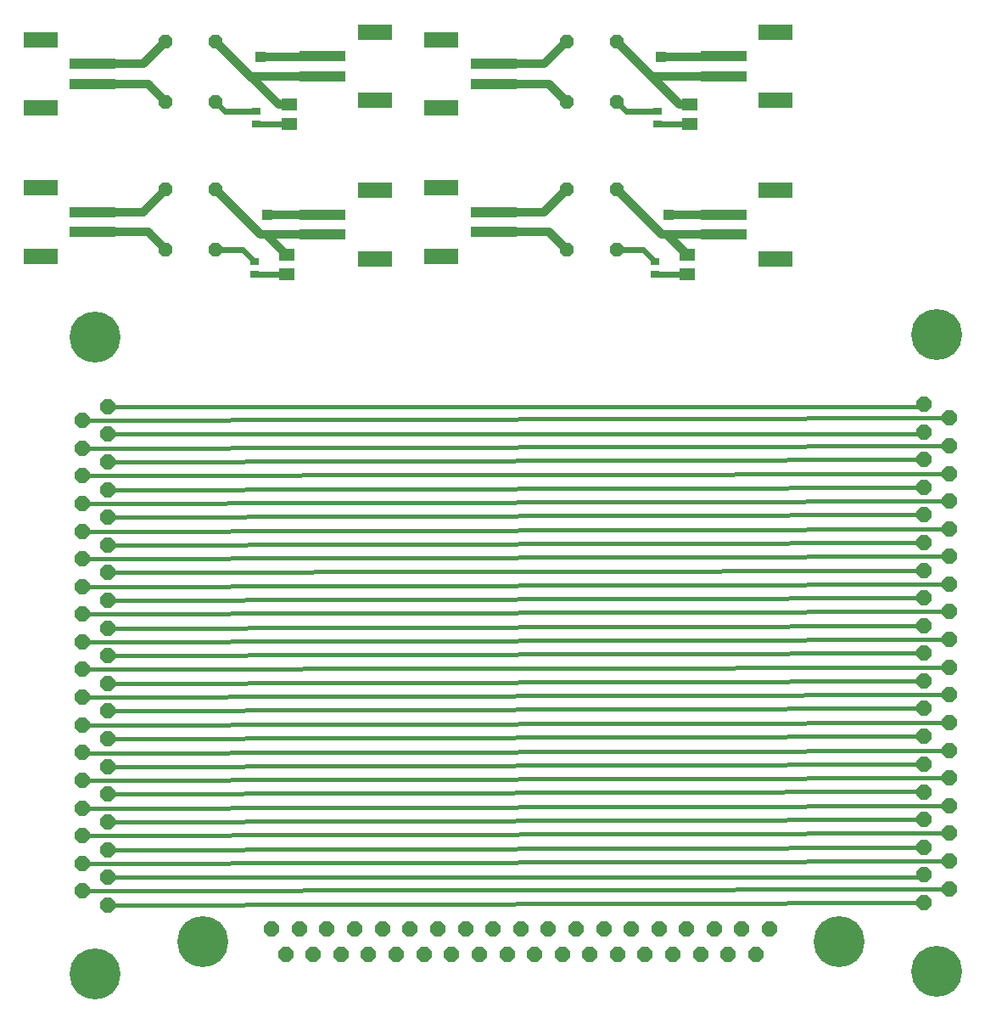
<source format=gtl>
G75*
%MOIN*%
%OFA0B0*%
%FSLAX25Y25*%
%IPPOS*%
%LPD*%
%AMOC8*
5,1,8,0,0,1.08239X$1,22.5*
%
%ADD10R,0.18110X0.03937*%
%ADD11R,0.13386X0.06299*%
%ADD12R,0.03543X0.02756*%
%ADD13R,0.05906X0.05118*%
%ADD14OC8,0.05200*%
%ADD15OC8,0.06000*%
%ADD16C,0.20000*%
%ADD17C,0.02400*%
%ADD18C,0.03200*%
%ADD19R,0.04362X0.04362*%
%ADD20C,0.01600*%
D10*
X0159788Y0347859D03*
X0159788Y0355733D03*
X0159788Y0409906D03*
X0159788Y0417780D03*
X0226914Y0414828D03*
X0226914Y0406954D03*
X0226914Y0356717D03*
X0226914Y0348843D03*
X0317269Y0347859D03*
X0317269Y0355733D03*
X0317269Y0409906D03*
X0317269Y0417780D03*
X0069434Y0414828D03*
X0069434Y0406954D03*
X0069434Y0356717D03*
X0069434Y0348843D03*
D11*
X0048961Y0339394D03*
X0048961Y0366166D03*
X0048961Y0397505D03*
X0048961Y0424276D03*
X0180261Y0427229D03*
X0206442Y0424276D03*
X0206442Y0397505D03*
X0180261Y0400457D03*
X0180261Y0365182D03*
X0206442Y0366166D03*
X0206442Y0339394D03*
X0180261Y0338410D03*
X0337741Y0338410D03*
X0337741Y0365182D03*
X0337741Y0400457D03*
X0337741Y0427229D03*
D12*
X0291284Y0396363D03*
X0291284Y0391245D03*
X0290379Y0337387D03*
X0290379Y0332269D03*
X0132898Y0332269D03*
X0132898Y0337387D03*
X0133804Y0391245D03*
X0133804Y0396363D03*
D13*
X0146678Y0398843D03*
X0146678Y0391363D03*
X0145615Y0339788D03*
X0145615Y0332308D03*
X0303095Y0332308D03*
X0303095Y0339788D03*
X0304158Y0391363D03*
X0304158Y0398843D03*
D14*
X0275257Y0400075D03*
X0255657Y0400075D03*
X0255657Y0423675D03*
X0275257Y0423675D03*
X0275257Y0365565D03*
X0255657Y0365565D03*
X0255657Y0341965D03*
X0275257Y0341965D03*
X0117777Y0341965D03*
X0098177Y0341965D03*
X0098177Y0365565D03*
X0117777Y0365565D03*
X0117777Y0400075D03*
X0098177Y0400075D03*
X0098177Y0423675D03*
X0117777Y0423675D03*
D15*
X0075300Y0280305D03*
X0075300Y0269505D03*
X0065300Y0274905D03*
X0065300Y0264005D03*
X0065300Y0253205D03*
X0075300Y0258605D03*
X0075300Y0247705D03*
X0065300Y0242305D03*
X0065300Y0231405D03*
X0075300Y0226005D03*
X0075300Y0236905D03*
X0065300Y0220505D03*
X0065300Y0209705D03*
X0065300Y0198805D03*
X0075300Y0204205D03*
X0075300Y0215105D03*
X0075300Y0193405D03*
X0075300Y0182505D03*
X0065300Y0187905D03*
X0065300Y0177105D03*
X0075300Y0171605D03*
X0075300Y0160805D03*
X0065300Y0166205D03*
X0065300Y0155305D03*
X0075300Y0149905D03*
X0075300Y0139005D03*
X0075300Y0128205D03*
X0065300Y0133605D03*
X0065300Y0144505D03*
X0065300Y0122705D03*
X0065300Y0111905D03*
X0075300Y0117305D03*
X0075300Y0106405D03*
X0065300Y0101005D03*
X0065300Y0090105D03*
X0075300Y0084705D03*
X0075300Y0095605D03*
X0139823Y0075300D03*
X0150623Y0075300D03*
X0161523Y0075300D03*
X0172423Y0075300D03*
X0183223Y0075300D03*
X0194123Y0075300D03*
X0205023Y0075300D03*
X0215923Y0075300D03*
X0226723Y0075300D03*
X0237623Y0075300D03*
X0248523Y0075300D03*
X0259323Y0075300D03*
X0270223Y0075300D03*
X0281123Y0075300D03*
X0291923Y0075300D03*
X0302823Y0075300D03*
X0313723Y0075300D03*
X0324523Y0075300D03*
X0335423Y0075300D03*
X0330023Y0065300D03*
X0319123Y0065300D03*
X0308223Y0065300D03*
X0297423Y0065300D03*
X0286523Y0065300D03*
X0275623Y0065300D03*
X0264823Y0065300D03*
X0253923Y0065300D03*
X0243023Y0065300D03*
X0232223Y0065300D03*
X0221323Y0065300D03*
X0210423Y0065300D03*
X0199623Y0065300D03*
X0188723Y0065300D03*
X0177823Y0065300D03*
X0166923Y0065300D03*
X0156123Y0065300D03*
X0145223Y0065300D03*
X0396009Y0085689D03*
X0396009Y0096489D03*
X0406009Y0091089D03*
X0406009Y0101989D03*
X0406009Y0112789D03*
X0396009Y0107389D03*
X0396009Y0118289D03*
X0406009Y0123689D03*
X0406009Y0134589D03*
X0406009Y0145389D03*
X0396009Y0139989D03*
X0396009Y0129089D03*
X0396009Y0150889D03*
X0396009Y0161789D03*
X0406009Y0167189D03*
X0406009Y0156289D03*
X0396009Y0172589D03*
X0396009Y0183489D03*
X0406009Y0188889D03*
X0406009Y0178089D03*
X0396009Y0194389D03*
X0396009Y0205189D03*
X0396009Y0216089D03*
X0406009Y0221489D03*
X0406009Y0232389D03*
X0396009Y0237789D03*
X0396009Y0226989D03*
X0406009Y0243289D03*
X0406009Y0254089D03*
X0396009Y0248689D03*
X0396009Y0259589D03*
X0406009Y0264989D03*
X0406009Y0275889D03*
X0396009Y0281289D03*
X0396009Y0270389D03*
X0406009Y0210689D03*
X0406009Y0199789D03*
D16*
X0070300Y0057505D03*
X0112623Y0070300D03*
X0362623Y0070300D03*
X0401009Y0058489D03*
X0401009Y0308489D03*
X0070300Y0307505D03*
D17*
X0117777Y0341965D02*
X0128320Y0341965D01*
X0132898Y0337387D01*
X0132938Y0332308D02*
X0132898Y0332269D01*
X0132938Y0332308D02*
X0145615Y0332308D01*
X0146560Y0391245D02*
X0133804Y0391245D01*
X0133804Y0396363D02*
X0121489Y0396363D01*
X0117777Y0400075D01*
X0146560Y0391245D02*
X0146678Y0391363D01*
X0275257Y0400075D02*
X0278969Y0396363D01*
X0291284Y0396363D01*
X0291284Y0391245D02*
X0304040Y0391245D01*
X0304158Y0391363D01*
X0285801Y0341965D02*
X0275257Y0341965D01*
X0285801Y0341965D02*
X0290379Y0337387D01*
X0290418Y0332308D02*
X0290379Y0332269D01*
X0290418Y0332308D02*
X0303095Y0332308D01*
D18*
X0303095Y0339788D02*
X0295024Y0347859D01*
X0292963Y0347859D01*
X0275257Y0365565D01*
X0255657Y0365565D02*
X0246810Y0356717D01*
X0226914Y0356717D01*
X0226914Y0348843D02*
X0248779Y0348843D01*
X0255657Y0341965D01*
X0295024Y0347859D02*
X0317269Y0347859D01*
X0312426Y0355733D02*
X0295694Y0355733D01*
X0300089Y0398843D02*
X0289026Y0409906D01*
X0275257Y0423675D01*
X0292741Y0417741D02*
X0313410Y0417741D01*
X0317269Y0409906D02*
X0289026Y0409906D01*
X0300089Y0398843D02*
X0304158Y0398843D01*
X0255657Y0400075D02*
X0248779Y0406954D01*
X0226914Y0406954D01*
X0226914Y0414828D02*
X0246810Y0414828D01*
X0255657Y0423675D01*
X0159788Y0409906D02*
X0131546Y0409906D01*
X0142609Y0398843D01*
X0146678Y0398843D01*
X0131546Y0409906D02*
X0117777Y0423675D01*
X0135261Y0417741D02*
X0155930Y0417741D01*
X0098177Y0423675D02*
X0089330Y0414828D01*
X0069434Y0414828D01*
X0069434Y0406954D02*
X0091298Y0406954D01*
X0098177Y0400075D01*
X0098177Y0365565D02*
X0089330Y0356717D01*
X0069434Y0356717D01*
X0069434Y0348843D02*
X0091298Y0348843D01*
X0098177Y0341965D01*
X0117777Y0365565D02*
X0135483Y0347859D01*
X0137544Y0347859D01*
X0145615Y0339788D01*
X0137544Y0347859D02*
X0159788Y0347859D01*
X0154946Y0355733D02*
X0138213Y0355733D01*
D19*
X0138213Y0355733D03*
X0135261Y0417741D03*
X0292741Y0417741D03*
X0295694Y0355733D03*
D20*
X0395024Y0280305D02*
X0396009Y0281289D01*
X0395024Y0280305D02*
X0075300Y0280305D01*
X0066284Y0274905D02*
X0065300Y0274905D01*
X0066284Y0274905D02*
X0406009Y0275889D01*
X0406009Y0264989D02*
X0066284Y0264005D01*
X0065300Y0264005D01*
X0065300Y0253205D02*
X0066184Y0253105D01*
X0406009Y0254089D01*
X0406009Y0243289D02*
X0065139Y0242305D01*
X0063410Y0241560D01*
X0064555Y0241560D01*
X0065300Y0242305D01*
X0065300Y0231405D02*
X0066284Y0231405D01*
X0406009Y0232389D01*
X0406009Y0221489D02*
X0066284Y0220505D01*
X0065300Y0220505D01*
X0065300Y0209705D02*
X0066284Y0209705D01*
X0406009Y0210689D01*
X0406009Y0199789D02*
X0066284Y0198805D01*
X0065300Y0198805D01*
X0075300Y0204205D02*
X0396009Y0205189D01*
X0396009Y0194389D02*
X0076284Y0193405D01*
X0075300Y0193405D01*
X0066284Y0187905D02*
X0065300Y0187905D01*
X0066284Y0187905D02*
X0406009Y0188889D01*
X0406009Y0178089D02*
X0066284Y0177105D01*
X0065300Y0177105D01*
X0075300Y0182505D02*
X0076284Y0182505D01*
X0396009Y0183489D01*
X0396009Y0172589D02*
X0076284Y0171605D01*
X0075300Y0171605D01*
X0075300Y0160805D02*
X0395024Y0161789D01*
X0396009Y0161789D01*
X0405024Y0167189D02*
X0406009Y0167189D01*
X0405024Y0167189D02*
X0065300Y0166205D01*
X0065300Y0155305D02*
X0066284Y0155305D01*
X0406009Y0156289D01*
X0396009Y0150889D02*
X0395024Y0150889D01*
X0075300Y0149905D01*
X0066184Y0144405D02*
X0065300Y0144505D01*
X0066184Y0144405D02*
X0406009Y0145389D01*
X0406009Y0134589D02*
X0066284Y0133605D01*
X0065300Y0133605D01*
X0075300Y0139005D02*
X0395024Y0139989D01*
X0396009Y0139989D01*
X0396087Y0129355D02*
X0396087Y0128183D01*
X0396009Y0129089D01*
X0396087Y0129355D02*
X0393953Y0129189D01*
X0075300Y0128205D01*
X0066284Y0122705D02*
X0065300Y0122705D01*
X0066284Y0122705D02*
X0406009Y0123689D01*
X0396009Y0118289D02*
X0395024Y0118289D01*
X0075300Y0117305D01*
X0067169Y0111805D02*
X0065300Y0111905D01*
X0067169Y0111805D02*
X0406009Y0112789D01*
X0406009Y0101989D02*
X0066284Y0101005D01*
X0065300Y0101005D01*
X0065300Y0090105D02*
X0066284Y0090105D01*
X0406009Y0091089D01*
X0396009Y0096489D02*
X0395124Y0095605D01*
X0075300Y0095605D01*
X0075300Y0084705D02*
X0395024Y0085689D01*
X0396009Y0085689D01*
X0396009Y0107389D02*
X0075300Y0106405D01*
X0075300Y0215105D02*
X0396009Y0216089D01*
X0396009Y0226989D02*
X0076284Y0226005D01*
X0075300Y0226005D01*
X0076184Y0236805D02*
X0075300Y0236905D01*
X0076184Y0236805D02*
X0396009Y0237789D01*
X0396009Y0248689D02*
X0075300Y0247705D01*
X0075300Y0258605D02*
X0395024Y0259589D01*
X0396009Y0259589D01*
X0395124Y0269505D02*
X0396009Y0270389D01*
X0395124Y0269505D02*
X0075300Y0269505D01*
M02*

</source>
